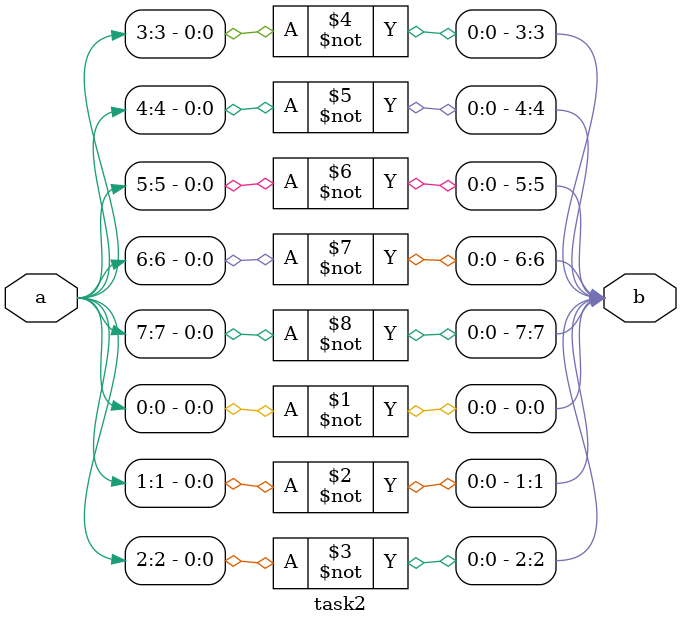
<source format=v>
module task2 (
    //设置八个输入端口
    input [7:0] a,
    output [7:0] b
);
    //设置八个输出端口
    assign b[0] = ~a[0];
    assign b[1] = ~a[1];
    assign b[2] = ~a[2];
    assign b[3] = ~a[3];
    assign b[4] = ~a[4];
    assign b[5] = ~a[5];
    assign b[6] = ~a[6];
    assign b[7] = ~a[7];
    
endmodule
</source>
